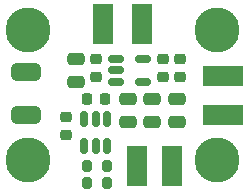
<source format=gts>
%TF.GenerationSoftware,KiCad,Pcbnew,8.0.7*%
%TF.CreationDate,2026-01-14T12:01:29-08:00*%
%TF.ProjectId,3V3-500mA,3356332d-3530-4306-9d41-2e6b69636164,rev?*%
%TF.SameCoordinates,Original*%
%TF.FileFunction,Soldermask,Top*%
%TF.FilePolarity,Negative*%
%FSLAX46Y46*%
G04 Gerber Fmt 4.6, Leading zero omitted, Abs format (unit mm)*
G04 Created by KiCad (PCBNEW 8.0.7) date 2026-01-14 12:01:29*
%MOMM*%
%LPD*%
G01*
G04 APERTURE LIST*
G04 Aperture macros list*
%AMRoundRect*
0 Rectangle with rounded corners*
0 $1 Rounding radius*
0 $2 $3 $4 $5 $6 $7 $8 $9 X,Y pos of 4 corners*
0 Add a 4 corners polygon primitive as box body*
4,1,4,$2,$3,$4,$5,$6,$7,$8,$9,$2,$3,0*
0 Add four circle primitives for the rounded corners*
1,1,$1+$1,$2,$3*
1,1,$1+$1,$4,$5*
1,1,$1+$1,$6,$7*
1,1,$1+$1,$8,$9*
0 Add four rect primitives between the rounded corners*
20,1,$1+$1,$2,$3,$4,$5,0*
20,1,$1+$1,$4,$5,$6,$7,0*
20,1,$1+$1,$6,$7,$8,$9,0*
20,1,$1+$1,$8,$9,$2,$3,0*%
G04 Aperture macros list end*
%ADD10R,3.400000X1.800000*%
%ADD11R,1.800000X3.400000*%
%ADD12C,3.800000*%
%ADD13RoundRect,0.250000X0.475000X-0.250000X0.475000X0.250000X-0.475000X0.250000X-0.475000X-0.250000X0*%
%ADD14RoundRect,0.225000X0.250000X-0.225000X0.250000X0.225000X-0.250000X0.225000X-0.250000X-0.225000X0*%
%ADD15RoundRect,0.375000X0.875000X-0.375000X0.875000X0.375000X-0.875000X0.375000X-0.875000X-0.375000X0*%
%ADD16RoundRect,0.250000X-0.475000X0.250000X-0.475000X-0.250000X0.475000X-0.250000X0.475000X0.250000X0*%
%ADD17RoundRect,0.225000X-0.250000X0.225000X-0.250000X-0.225000X0.250000X-0.225000X0.250000X0.225000X0*%
%ADD18RoundRect,0.150000X0.150000X-0.512500X0.150000X0.512500X-0.150000X0.512500X-0.150000X-0.512500X0*%
%ADD19RoundRect,0.225000X0.225000X0.250000X-0.225000X0.250000X-0.225000X-0.250000X0.225000X-0.250000X0*%
%ADD20RoundRect,0.150000X-0.512500X-0.150000X0.512500X-0.150000X0.512500X0.150000X-0.512500X0.150000X0*%
%ADD21RoundRect,0.200000X0.200000X0.275000X-0.200000X0.275000X-0.200000X-0.275000X0.200000X-0.275000X0*%
%ADD22RoundRect,0.200000X-0.200000X-0.275000X0.200000X-0.275000X0.200000X0.275000X-0.200000X0.275000X0*%
G04 APERTURE END LIST*
D10*
%TO.C,TP6*%
X216500000Y-87850000D03*
%TD*%
%TO.C,TP5*%
X216500000Y-91150000D03*
%TD*%
D11*
%TO.C,TP4*%
X209200000Y-95500000D03*
%TD*%
%TO.C,TP3*%
X212200000Y-95500000D03*
%TD*%
%TO.C,TP2*%
X209650000Y-83500000D03*
%TD*%
%TO.C,TP1*%
X206350000Y-83500000D03*
%TD*%
D12*
%TO.C,H4*%
X216000000Y-84000000D03*
%TD*%
%TO.C,H3*%
X200000000Y-84000000D03*
%TD*%
%TO.C,H2*%
X200000000Y-95000000D03*
%TD*%
%TO.C,H1*%
X216000000Y-95000000D03*
%TD*%
D13*
%TO.C,C4*%
X208450000Y-89850000D03*
X208450000Y-91750000D03*
%TD*%
D14*
%TO.C,C11*%
X211362500Y-87955000D03*
X211362500Y-86405000D03*
%TD*%
%TO.C,C8*%
X203200000Y-91300000D03*
X203200000Y-92850000D03*
%TD*%
D15*
%TO.C,L1*%
X199800000Y-91200000D03*
X199800000Y-87500000D03*
%TD*%
D14*
%TO.C,C12*%
X212850000Y-87950000D03*
X212850000Y-86400000D03*
%TD*%
D16*
%TO.C,C10*%
X204000000Y-86450000D03*
X204000000Y-88350000D03*
%TD*%
D13*
%TO.C,C2*%
X210500000Y-89850000D03*
X210500000Y-91750000D03*
%TD*%
D17*
%TO.C,C9*%
X205750000Y-86405000D03*
X205750000Y-87955000D03*
%TD*%
D18*
%TO.C,U2*%
X204750000Y-93782500D03*
X205700000Y-93782500D03*
X206650000Y-93782500D03*
X206650000Y-91507500D03*
X205700000Y-91507500D03*
X204750000Y-91507500D03*
%TD*%
D19*
%TO.C,C5*%
X204975000Y-89850000D03*
X206525000Y-89850000D03*
%TD*%
D20*
%TO.C,U3*%
X209725000Y-86450000D03*
X209725000Y-88350000D03*
X207450000Y-88350000D03*
X207450000Y-87400000D03*
X207450000Y-86450000D03*
%TD*%
D13*
%TO.C,C1*%
X212550000Y-89850000D03*
X212550000Y-91750000D03*
%TD*%
D21*
%TO.C,R1*%
X206650000Y-96910000D03*
X205000000Y-96910000D03*
%TD*%
D22*
%TO.C,R2*%
X206650000Y-95450000D03*
X205000000Y-95450000D03*
%TD*%
M02*

</source>
